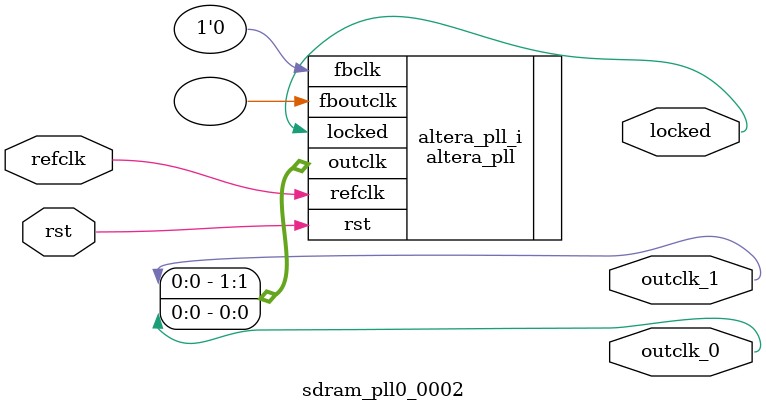
<source format=v>
`timescale 1ns/10ps
module  sdram_pll0_0002(

	// interface 'refclk'
	input wire refclk,

	// interface 'reset'
	input wire rst,

	// interface 'outclk0'
	output wire outclk_0,

	// interface 'outclk1'
	output wire outclk_1,

	// interface 'locked'
	output wire locked
);

	altera_pll #(
		.fractional_vco_multiplier("false"),
		.reference_clock_frequency("50.0 MHz"),
		.operation_mode("normal"),
		.number_of_clocks(2),
		.output_clock_frequency0("100.000000 MHz"),
		.phase_shift0("0 ps"),
		.duty_cycle0(50),
		.output_clock_frequency1("100.000000 MHz"),
		.phase_shift1("-3000 ps"),
		.duty_cycle1(50),
		.output_clock_frequency2("0 MHz"),
		.phase_shift2("0 ps"),
		.duty_cycle2(50),
		.output_clock_frequency3("0 MHz"),
		.phase_shift3("0 ps"),
		.duty_cycle3(50),
		.output_clock_frequency4("0 MHz"),
		.phase_shift4("0 ps"),
		.duty_cycle4(50),
		.output_clock_frequency5("0 MHz"),
		.phase_shift5("0 ps"),
		.duty_cycle5(50),
		.output_clock_frequency6("0 MHz"),
		.phase_shift6("0 ps"),
		.duty_cycle6(50),
		.output_clock_frequency7("0 MHz"),
		.phase_shift7("0 ps"),
		.duty_cycle7(50),
		.output_clock_frequency8("0 MHz"),
		.phase_shift8("0 ps"),
		.duty_cycle8(50),
		.output_clock_frequency9("0 MHz"),
		.phase_shift9("0 ps"),
		.duty_cycle9(50),
		.output_clock_frequency10("0 MHz"),
		.phase_shift10("0 ps"),
		.duty_cycle10(50),
		.output_clock_frequency11("0 MHz"),
		.phase_shift11("0 ps"),
		.duty_cycle11(50),
		.output_clock_frequency12("0 MHz"),
		.phase_shift12("0 ps"),
		.duty_cycle12(50),
		.output_clock_frequency13("0 MHz"),
		.phase_shift13("0 ps"),
		.duty_cycle13(50),
		.output_clock_frequency14("0 MHz"),
		.phase_shift14("0 ps"),
		.duty_cycle14(50),
		.output_clock_frequency15("0 MHz"),
		.phase_shift15("0 ps"),
		.duty_cycle15(50),
		.output_clock_frequency16("0 MHz"),
		.phase_shift16("0 ps"),
		.duty_cycle16(50),
		.output_clock_frequency17("0 MHz"),
		.phase_shift17("0 ps"),
		.duty_cycle17(50),
		.pll_type("General"),
		.pll_subtype("General")
	) altera_pll_i (
		.rst	(rst),
		.outclk	({outclk_1, outclk_0}),
		.locked	(locked),
		.fboutclk	( ),
		.fbclk	(1'b0),
		.refclk	(refclk)
	);
endmodule


</source>
